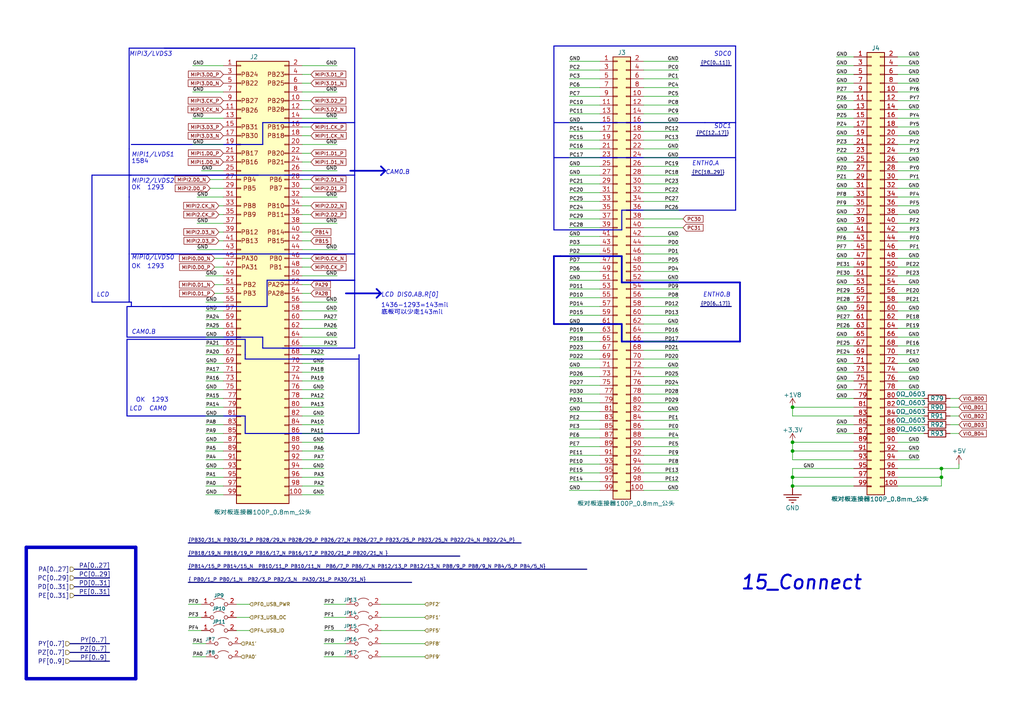
<source format=kicad_sch>
(kicad_sch (version 20230121) (generator eeschema)
  (paper "A4")
  (junction (at 229.87 140.97))
  (junction (at 273.05 138.43))
  (junction (at 229.87 130.81))
  (junction (at 273.05 135.89))
  (junction (at 229.87 118.11))
  (junction (at 229.87 138.43))
  (junction (at 229.87 128.27))
  (bus (pts (xy 54.61 165.1) (xy 170.18 165.1)))
  (wire (pts (xy 165.1 101.6) (xy 173.99 101.6)) (stroke (width 0.15)))
  (wire (pts (xy 62.23 85.09) (xy 64.77 85.09)))
  (wire (pts (xy 165.1 17.78) (xy 173.99 17.78)) (stroke (width 0.15)))
  (polyline (pts (xy 76.2 41.91) (xy 76.2 41.91)) (stroke (width 0.3) (type solid)))
  (wire (pts (xy 55.88 26.67) (xy 64.77 26.67)))
  (wire (pts (xy 55.88 19.05) (xy 64.77 19.05)))
  (wire (pts (xy 247.65 138.43) (xy 229.87 138.43)) (stroke (width 0.15)))
  (polyline (pts (xy 160.655 35.56) (xy 160.655 45.72)) (stroke (width 0.3) (type solid)))
  (wire (pts (xy 165.1 139.7) (xy 173.99 139.7)) (stroke (width 0.15)))
  (polyline (pts (xy 102.87 35.56) (xy 102.87 13.97)) (stroke (width 0.3) (type solid)))
  (wire (pts (xy 266.7 39.37) (xy 260.35 39.37)) (stroke (width 0.15)))
  (wire (pts (xy 93.98 26.67) (xy 97.79 26.67)) (stroke (width 0.15)))
  (polyline (pts (xy 36.83 88.9) (xy 36.83 97.79)) (stroke (width 0.3) (type solid)))
  (wire (pts (xy 242.57 52.07) (xy 247.65 52.07)) (stroke (width 0.15)))
  (wire (pts (xy 186.69 78.74) (xy 196.85 78.74)) (stroke (width 0.15)))
  (polyline (pts (xy 109.22 83.82) (xy 110.49 85.09)) (stroke (width 0.5) (type solid)))
  (wire (pts (xy 165.1 114.3) (xy 173.99 114.3)) (stroke (width 0.15)))
  (polyline (pts (xy 36.83 88.9) (xy 72.39 88.9)) (stroke (width 0.3) (type solid)))
  (wire (pts (xy 87.63 26.67) (xy 93.98 26.67)))
  (bus (pts (xy 54.61 168.91) (xy 119.38 168.91)))
  (polyline (pts (xy 110.49 50.8) (xy 111.76 49.53)) (stroke (width 0.5) (type solid)))
  (wire (pts (xy 260.35 64.77) (xy 266.7 64.77)))
  (wire (pts (xy 267.97 123.19) (xy 260.35 123.19)) (stroke (width 0.15)))
  (polyline (pts (xy 74.93 50.8) (xy 37.465 50.8)) (stroke (width 0.3) (type solid)))
  (wire (pts (xy 186.69 63.5) (xy 198.12 63.5)) (stroke (width 0.15)))
  (wire (pts (xy 186.69 88.9) (xy 196.85 88.9)) (stroke (width 0.15)))
  (wire (pts (xy 266.7 19.05) (xy 260.35 19.05)) (stroke (width 0.15)))
  (wire (pts (xy 186.69 132.08) (xy 196.85 132.08)) (stroke (width 0.15)))
  (polyline (pts (xy 160.655 74.295) (xy 162.56 74.295)) (stroke (width 0.5) (type solid)))
  (polyline (pts (xy 101.6 49.53) (xy 111.76 49.53)) (stroke (width 0.5) (type solid)))
  (wire (pts (xy 165.1 121.92) (xy 173.99 121.92)) (stroke (width 0.15)))
  (wire (pts (xy 186.69 142.24) (xy 196.85 142.24)) (stroke (width 0.15)))
  (wire (pts (xy 87.63 44.45) (xy 90.17 44.45)))
  (wire (pts (xy 278.13 125.73) (xy 275.59 125.73)) (stroke (width 0.15)))
  (bus (pts (xy 21.59 172.72) (xy 31.75 172.72)))
  (wire (pts (xy 59.69 100.33) (xy 64.77 100.33)))
  (polyline (pts (xy 110.49 48.26) (xy 111.76 49.53)) (stroke (width 0.5) (type solid)))
  (wire (pts (xy 186.69 116.84) (xy 196.85 116.84)) (stroke (width 0.15)))
  (polyline (pts (xy 71.12 120.65) (xy 71.12 125.73)) (stroke (width 0.3) (type solid)))
  (wire (pts (xy 242.57 87.63) (xy 247.65 87.63)) (stroke (width 0.15)))
  (wire (pts (xy 87.63 90.17) (xy 97.79 90.17)))
  (polyline (pts (xy 100.33 85.09) (xy 110.49 85.09)) (stroke (width 0.5) (type solid)))
  (wire (pts (xy 93.98 190.5) (xy 100.33 190.5)))
  (wire (pts (xy 165.1 99.06) (xy 173.99 99.06)) (stroke (width 0.15)))
  (polyline (pts (xy 7.62 158.75) (xy 7.62 196.85)) (stroke (width 1) (type solid)))
  (wire (pts (xy 87.63 133.35) (xy 93.98 133.35)) (stroke (width 0.15)))
  (wire (pts (xy 186.69 53.34) (xy 196.85 53.34)) (stroke (width 0.15)))
  (bus (pts (xy 21.59 165.1) (xy 31.75 165.1)))
  (wire (pts (xy 165.1 20.32) (xy 173.99 20.32)))
  (wire (pts (xy 55.88 186.69) (xy 59.69 186.69)))
  (wire (pts (xy 242.57 105.41) (xy 247.65 105.41)) (stroke (width 0.15)))
  (polyline (pts (xy 213.36 46.355) (xy 213.36 60.96)) (stroke (width 0.3) (type solid)))
  (wire (pts (xy 242.57 74.93) (xy 247.65 74.93)) (stroke (width 0.15)))
  (polyline (pts (xy 71.12 98.425) (xy 36.83 98.425)) (stroke (width 0.3) (type solid)))
  (polyline (pts (xy 92.71 13.97) (xy 37.465 13.97)) (stroke (width 0.3) (type solid)))
  (wire (pts (xy 165.1 43.18) (xy 173.99 43.18)) (stroke (width 0.15)))
  (polyline (pts (xy 38.1 87.63) (xy 38.1 88.9)) (stroke (width 0.3) (type solid)))
  (polyline (pts (xy 109.22 86.36) (xy 110.49 85.09)) (stroke (width 0.5) (type solid)))
  (bus (pts (xy 54.61 161.29) (xy 133.35 161.29)))
  (wire (pts (xy 58.42 49.53) (xy 64.77 49.53)) (stroke (width 0.15)))
  (polyline (pts (xy 71.12 125.73) (xy 93.98 125.73)) (stroke (width 0.3) (type solid)))
  (wire (pts (xy 59.69 95.25) (xy 64.77 95.25)))
  (wire (pts (xy 266.7 31.75) (xy 260.35 31.75)) (stroke (width 0.15)))
  (wire (pts (xy 267.97 125.73) (xy 260.35 125.73)) (stroke (width 0.15)))
  (wire (pts (xy 267.97 118.11) (xy 260.35 118.11)) (stroke (width 0.15)))
  (wire (pts (xy 186.69 104.14) (xy 196.85 104.14)) (stroke (width 0.15)))
  (wire (pts (xy 247.65 140.97) (xy 229.87 140.97)) (stroke (width 0.15)))
  (wire (pts (xy 242.57 113.03) (xy 247.65 113.03)) (stroke (width 0.15)))
  (wire (pts (xy 273.05 135.89) (xy 273.05 138.43)))
  (wire (pts (xy 273.05 140.97) (xy 260.35 140.97)))
  (wire (pts (xy 186.69 109.22) (xy 196.85 109.22)) (stroke (width 0.15)))
  (polyline (pts (xy 37.465 87.63) (xy 37.465 73.66)) (stroke (width 0.3) (type solid)))
  (wire (pts (xy 266.7 82.55) (xy 260.35 82.55)) (stroke (width 0.15)))
  (bus (pts (xy 203.2 88.9) (xy 212.09 88.9)))
  (wire (pts (xy 260.35 80.01) (xy 266.7 80.01)) (stroke (width 0.15)))
  (wire (pts (xy 59.69 133.35) (xy 64.77 133.35)))
  (wire (pts (xy 87.63 67.31) (xy 90.17 67.31)))
  (wire (pts (xy 242.57 123.19) (xy 247.65 123.19)) (stroke (width 0.15)))
  (wire (pts (xy 59.69 130.81) (xy 64.77 130.81)))
  (wire (pts (xy 260.35 85.09) (xy 266.7 85.09)) (stroke (width 0.15)))
  (wire (pts (xy 165.1 109.22) (xy 173.99 109.22)) (stroke (width 0.15)))
  (wire (pts (xy 266.7 110.49) (xy 260.35 110.49)) (stroke (width 0.15)))
  (wire (pts (xy 87.63 143.51) (xy 93.98 143.51)) (stroke (width 0.15)))
  (wire (pts (xy 186.69 55.88) (xy 196.85 55.88)) (stroke (width 0.15)))
  (wire (pts (xy 97.79 97.79) (xy 87.63 97.79)) (stroke (width 0.15)))
  (wire (pts (xy 63.5 59.69) (xy 64.77 59.69)))
  (wire (pts (xy 229.87 138.43) (xy 229.87 140.97)))
  (wire (pts (xy 266.7 133.35) (xy 260.35 133.35)) (stroke (width 0.15)))
  (wire (pts (xy 59.69 125.73) (xy 64.77 125.73)))
  (polyline (pts (xy 71.12 102.87) (xy 71.12 104.14)) (stroke (width 0.3) (type solid)))
  (wire (pts (xy 278.13 135.89) (xy 278.13 134.62)))
  (wire (pts (xy 229.87 130.81) (xy 247.65 130.81)))
  (polyline (pts (xy 102.87 100.965) (xy 102.87 81.28)) (stroke (width 0.3) (type solid)))
  (wire (pts (xy 260.35 49.53) (xy 266.7 49.53)) (stroke (width 0.15)))
  (wire (pts (xy 165.1 25.4) (xy 173.99 25.4)))
  (wire (pts (xy 55.88 190.5) (xy 59.69 190.5)))
  (wire (pts (xy 242.57 97.79) (xy 247.65 97.79)) (stroke (width 0.15)))
  (wire (pts (xy 273.05 138.43) (xy 273.05 140.97)))
  (polyline (pts (xy 102.87 81.28) (xy 81.28 81.28)) (stroke (width 0.3) (type solid)))
  (wire (pts (xy 229.87 128.27) (xy 229.87 130.81)))
  (wire (pts (xy 260.35 59.69) (xy 266.7 59.69)) (stroke (width 0.15)))
  (wire (pts (xy 87.63 54.61) (xy 90.17 54.61)))
  (wire (pts (xy 260.35 100.33) (xy 266.7 100.33)) (stroke (width 0.15)))
  (wire (pts (xy 260.35 26.67) (xy 266.7 26.67)) (stroke (width 0.15)))
  (wire (pts (xy 229.87 120.65) (xy 247.65 120.65)))
  (bus (pts (xy 201.93 39.37) (xy 210.82 39.37)))
  (wire (pts (xy 242.57 49.53) (xy 247.65 49.53)) (stroke (width 0.15)))
  (wire (pts (xy 242.57 115.57) (xy 247.65 115.57)) (stroke (width 0.15)))
  (polyline (pts (xy 26.67 87.63) (xy 38.1 87.63)) (stroke (width 0.3) (type solid)))
  (wire (pts (xy 242.57 26.67) (xy 247.65 26.67)) (stroke (width 0.15)))
  (wire (pts (xy 165.1 132.08) (xy 173.99 132.08)) (stroke (width 0.15)))
  (wire (pts (xy 266.7 128.27) (xy 260.35 128.27)) (stroke (width 0.15)))
  (bus (pts (xy 54.61 157.48) (xy 151.13 157.48)))
  (polyline (pts (xy 7.62 158.75) (xy 39.37 158.75)) (stroke (width 1) (type solid)))
  (wire (pts (xy 59.69 105.41) (xy 64.77 105.41)) (stroke (width 0.15)))
  (polyline (pts (xy 38.1 88.9) (xy 36.83 88.9)) (stroke (width 0.3) (type solid)))
  (wire (pts (xy 90.17 24.13) (xy 87.63 24.13)))
  (wire (pts (xy 260.35 72.39) (xy 266.7 72.39)) (stroke (width 0.15)))
  (wire (pts (xy 63.5 67.31) (xy 64.77 67.31)))
  (wire (pts (xy 62.23 74.93) (xy 64.77 74.93)))
  (wire (pts (xy 186.69 71.12) (xy 196.85 71.12)) (stroke (width 0.15)))
  (wire (pts (xy 186.69 45.72) (xy 196.85 45.72)) (stroke (width 0.15)))
  (wire (pts (xy 242.57 92.71) (xy 247.65 92.71)) (stroke (width 0.15)))
  (wire (pts (xy 87.63 102.87) (xy 93.98 102.87)) (stroke (width 0.15)))
  (polyline (pts (xy 76.2 35.56) (xy 76.2 41.91)) (stroke (width 0.3) (type solid)))
  (wire (pts (xy 165.1 93.98) (xy 173.99 93.98)) (stroke (width 0.15)))
  (wire (pts (xy 68.58 182.88) (xy 72.39 182.88)))
  (wire (pts (xy 242.57 59.69) (xy 247.65 59.69)) (stroke (width 0.15)))
  (wire (pts (xy 247.65 128.27) (xy 229.87 128.27)))
  (polyline (pts (xy 180.34 93.98) (xy 160.655 93.98)) (stroke (width 0.5) (type solid)))
  (wire (pts (xy 59.69 102.87) (xy 64.77 102.87)))
  (wire (pts (xy 165.1 116.84) (xy 173.99 116.84)) (stroke (width 0.15)))
  (wire (pts (xy 54.61 182.88) (xy 58.42 182.88)))
  (wire (pts (xy 165.1 76.2) (xy 173.99 76.2)) (stroke (width 0.15)))
  (wire (pts (xy 165.1 22.86) (xy 173.99 22.86)))
  (wire (pts (xy 186.69 25.4) (xy 196.85 25.4)) (stroke (width 0.15)))
  (wire (pts (xy 186.69 48.26) (xy 196.85 48.26)) (stroke (width 0.15)))
  (wire (pts (xy 90.17 82.55) (xy 87.63 82.55)))
  (wire (pts (xy 266.7 90.17) (xy 260.35 90.17)) (stroke (width 0.15)))
  (polyline (pts (xy 102.87 73.66) (xy 102.87 81.28)) (stroke (width 0.3) (type solid)))
  (wire (pts (xy 60.96 54.61) (xy 64.77 54.61)))
  (polyline (pts (xy 160.655 93.98) (xy 160.655 74.295)) (stroke (width 0.5) (type solid)))
  (wire (pts (xy 97.79 100.33) (xy 87.63 100.33)) (stroke (width 0.15)))
  (wire (pts (xy 62.23 82.55) (xy 64.77 82.55)))
  (wire (pts (xy 165.1 111.76) (xy 173.99 111.76)) (stroke (width 0.15)))
  (wire (pts (xy 68.58 175.26) (xy 72.39 175.26)))
  (polyline (pts (xy 180.34 99.06) (xy 180.34 93.98)) (stroke (width 0.5) (type solid)))
  (wire (pts (xy 165.1 58.42) (xy 173.99 58.42)) (stroke (width 0.15)))
  (polyline (pts (xy 81.28 125.73) (xy 104.14 125.73)) (stroke (width 0.3) (type solid)))
  (wire (pts (xy 266.7 113.03) (xy 260.35 113.03)) (stroke (width 0.15)))
  (polyline (pts (xy 160.655 13.335) (xy 213.36 13.335)) (stroke (width 0.3) (type solid)))
  (wire (pts (xy 266.7 16.51) (xy 260.35 16.51)) (stroke (width 0.15)))
  (wire (pts (xy 165.1 142.24) (xy 173.99 142.24)) (stroke (width 0.15)))
  (polyline (pts (xy 38.1 41.91) (xy 76.2 41.91)) (stroke (width 0.3) (type solid)))
  (wire (pts (xy 97.79 49.53) (xy 87.63 49.53)))
  (wire (pts (xy 229.87 118.11) (xy 247.65 118.11)))
  (bus (pts (xy 20.32 191.77) (xy 31.75 191.77)))
  (wire (pts (xy 278.13 115.57) (xy 275.59 115.57)) (stroke (width 0.15)))
  (wire (pts (xy 55.88 41.91) (xy 64.77 41.91)))
  (wire (pts (xy 229.87 120.65) (xy 229.87 118.11)))
  (wire (pts (xy 266.7 130.81) (xy 260.35 130.81)) (stroke (width 0.15)))
  (wire (pts (xy 266.7 46.99) (xy 260.35 46.99)) (stroke (width 0.15)))
  (polyline (pts (xy 102.87 50.8) (xy 102.87 73.66)) (stroke (width 0.3) (type solid)))
  (wire (pts (xy 87.63 140.97) (xy 93.98 140.97)) (stroke (width 0.15)))
  (polyline (pts (xy 204.47 35.56) (xy 213.36 35.56)) (stroke (width 0.3) (type solid)))
  (polyline (pts (xy 38.1 50.8) (xy 26.67 50.8)) (stroke (width 0.3) (type solid)))
  (polyline (pts (xy 180.34 81.915) (xy 214.63 81.915)) (stroke (width 0.5) (type solid)))
  (wire (pts (xy 55.88 34.29) (xy 64.77 34.29)))
  (polyline (pts (xy 26.67 50.8) (xy 26.67 87.63)) (stroke (width 0.3) (type solid)))
  (wire (pts (xy 186.69 35.56) (xy 196.85 35.56)) (stroke (width 0.15)))
  (wire (pts (xy 165.1 83.82) (xy 173.99 83.82)) (stroke (width 0.15)))
  (wire (pts (xy 242.57 24.13) (xy 247.65 24.13)) (stroke (width 0.15)))
  (polyline (pts (xy 37.465 43.18) (xy 37.465 50.8)) (stroke (width 0.3) (type solid)))
  (wire (pts (xy 186.69 60.96) (xy 196.85 60.96)) (stroke (width 0.15)))
  (wire (pts (xy 59.69 90.17) (xy 64.77 90.17)) (stroke (width 0.15)))
  (wire (pts (xy 165.1 86.36) (xy 173.99 86.36)) (stroke (width 0.15)))
  (polyline (pts (xy 81.915 100.965) (xy 102.87 100.965)) (stroke (width 0.3) (type solid)))
  (wire (pts (xy 165.1 134.62) (xy 173.99 134.62)) (stroke (width 0.15)))
  (wire (pts (xy 165.1 60.96) (xy 173.99 60.96)) (stroke (width 0.15)))
  (wire (pts (xy 273.05 138.43) (xy 260.35 138.43)))
  (wire (pts (xy 165.1 81.28) (xy 173.99 81.28)) (stroke (width 0.15)))
  (wire (pts (xy 242.57 41.91) (xy 247.65 41.91)) (stroke (width 0.15)))
  (wire (pts (xy 186.69 43.18) (xy 196.85 43.18)) (stroke (width 0.15)))
  (wire (pts (xy 87.63 57.15) (xy 97.79 57.15)) (stroke (width 0.15)))
  (wire (pts (xy 59.69 87.63) (xy 64.77 87.63)) (stroke (width 0.15)))
  (wire (pts (xy 93.98 182.88) (xy 100.33 182.88)))
  (wire (pts (xy 229.87 133.35) (xy 247.65 133.35)))
  (wire (pts (xy 186.69 129.54) (xy 196.85 129.54)) (stroke (width 0.15)))
  (wire (pts (xy 165.1 50.8) (xy 173.99 50.8)) (stroke (width 0.15)))
  (polyline (pts (xy 39.37 158.75) (xy 39.37 196.85)) (stroke (width 1) (type solid)))
  (wire (pts (xy 266.7 21.59) (xy 260.35 21.59)) (stroke (width 0.15)))
  (wire (pts (xy 242.57 19.05) (xy 247.65 19.05)) (stroke (width 0.15)))
  (wire (pts (xy 242.57 67.31) (xy 247.65 67.31)) (stroke (width 0.15)))
  (polyline (pts (xy 37.465 50.8) (xy 37.465 57.15)) (stroke (width 0.3) (type solid)))
  (wire (pts (xy 54.61 175.26) (xy 58.42 175.26)))
  (wire (pts (xy 97.79 72.39) (xy 87.63 72.39)) (stroke (width 0.15)))
  (wire (pts (xy 110.49 190.5) (xy 123.19 190.5)))
  (wire (pts (xy 186.69 101.6) (xy 196.85 101.6)) (stroke (width 0.15)))
  (wire (pts (xy 186.69 106.68) (xy 196.85 106.68)) (stroke (width 0.15)))
  (wire (pts (xy 242.57 29.21) (xy 247.65 29.21)) (stroke (width 0.15)))
  (wire (pts (xy 87.63 41.91) (xy 97.79 41.91)))
  (wire (pts (xy 266.7 62.23) (xy 260.35 62.23)) (stroke (width 0.15)))
  (polyline (pts (xy 102.87 50.8) (xy 102.87 35.56)) (stroke (width 0.3) (type solid)))
  (wire (pts (xy 260.35 57.15) (xy 266.7 57.15)) (stroke (width 0.15)))
  (bus (pts (xy 20.32 186.69) (xy 31.75 186.69)))
  (wire (pts (xy 186.69 134.62) (xy 196.85 134.62)) (stroke (width 0.15)))
  (wire (pts (xy 165.1 129.54) (xy 173.99 129.54)) (stroke (width 0.15)))
  (wire (pts (xy 186.69 137.16) (xy 196.85 137.16)) (stroke (width 0.15)))
  (wire (pts (xy 165.1 66.04) (xy 173.99 66.04)) (stroke (width 0.15)))
  (wire (pts (xy 165.1 48.26) (xy 173.99 48.26)) (stroke (width 0.15)))
  (wire (pts (xy 278.13 118.11) (xy 275.59 118.11)) (stroke (width 0.15)))
  (polyline (pts (xy 213.36 35.56) (xy 213.36 46.355)) (stroke (width 0.3) (type solid)))
  (wire (pts (xy 59.69 140.97) (xy 64.77 140.97)))
  (polyline (pts (xy 160.655 45.72) (xy 160.655 66.675)) (stroke (width 0.3) (type solid)))
  (wire (pts (xy 186.69 96.52) (xy 196.85 96.52)) (stroke (width 0.15)))
  (wire (pts (xy 266.7 24.13) (xy 260.35 24.13)) (stroke (width 0.15)))
  (wire (pts (xy 97.79 95.25) (xy 87.63 95.25)) (stroke (width 0.15)))
  (wire (pts (xy 266.7 105.41) (xy 260.35 105.41)) (stroke (width 0.15)))
  (wire (pts (xy 165.1 104.14) (xy 173.99 104.14)) (stroke (width 0.15)))
  (wire (pts (xy 260.35 44.45) (xy 266.7 44.45)) (stroke (width 0.15)))
  (wire (pts (xy 186.69 17.78) (xy 196.85 17.78)) (stroke (width 0.15)))
  (polyline (pts (xy 214.63 99.06) (xy 180.34 99.06)) (stroke (width 0.5) (type solid)))
  (wire (pts (xy 165.1 40.64) (xy 173.99 40.64)) (stroke (width 0.15)))
  (polyline (pts (xy 180.34 60.96) (xy 180.34 66.675)) (stroke (width 0.3) (type solid)))
  (wire (pts (xy 186.69 119.38) (xy 196.85 119.38)) (stroke (width 0.15)))
  (wire (pts (xy 186.69 33.02) (xy 196.85 33.02)) (stroke (width 0.15)))
  (polyline (pts (xy 71.12 104.14) (xy 104.14 104.14)) (stroke (width 0.3) (type solid)))
  (wire (pts (xy 186.69 81.28) (xy 196.85 81.28)) (stroke (width 0.15)))
  (wire (pts (xy 165.1 124.46) (xy 173.99 124.46)) (stroke (width 0.15)))
  (wire (pts (xy 165.1 63.5) (xy 173.99 63.5)) (stroke (width 0.15)))
  (wire (pts (xy 260.35 87.63) (xy 266.7 87.63)) (stroke (width 0.15)))
  (polyline (pts (xy 37.465 57.15) (xy 37.465 73.66)) (stroke (width 0.3) (type solid)))
  (wire (pts (xy 186.69 50.8) (xy 196.85 50.8)) (stroke (width 0.15)))
  (wire (pts (xy 242.57 44.45) (xy 247.65 44.45)) (stroke (width 0.15)))
  (wire (pts (xy 242.57 54.61) (xy 247.65 54.61)) (stroke (width 0.15)))
  (wire (pts (xy 229.87 135.89) (xy 229.87 138.43)))
  (wire (pts (xy 186.69 58.42) (xy 196.85 58.42)) (stroke (width 0.15)))
  (wire (pts (xy 242.57 72.39) (xy 247.65 72.39)) (stroke (width 0.15)))
  (wire (pts (xy 186.69 73.66) (xy 196.85 73.66)) (stroke (width 0.15)))
  (wire (pts (xy 87.63 19.05) (xy 93.98 19.05)))
  (wire (pts (xy 186.69 91.44) (xy 196.85 91.44)) (stroke (width 0.15)))
  (wire (pts (xy 87.63 128.27) (xy 93.98 128.27)) (stroke (width 0.15)))
  (wire (pts (xy 242.57 69.85) (xy 247.65 69.85)) (stroke (width 0.15)))
  (wire (pts (xy 186.69 20.32) (xy 196.85 20.32)) (stroke (width 0.15)))
  (wire (pts (xy 165.1 35.56) (xy 173.99 35.56)) (stroke (width 0.15)))
  (wire (pts (xy 242.57 90.17) (xy 247.65 90.17)) (stroke (width 0.15)))
  (wire (pts (xy 260.35 36.83) (xy 266.7 36.83)) (stroke (width 0.15)))
  (polyline (pts (xy 38.1 73.66) (xy 102.87 73.66)) (stroke (width 0.3) (type solid)))
  (wire (pts (xy 242.57 100.33) (xy 247.65 100.33)))
  (polyline (pts (xy 76.2 97.79) (xy 76.2 100.965)) (stroke (width 0.3) (type solid)))
  (wire (pts (xy 59.69 97.79) (xy 64.77 97.79)) (stroke (width 0.15)))
  (wire (pts (xy 273.05 135.89) (xy 260.35 135.89)))
  (wire (pts (xy 87.63 125.73) (xy 93.98 125.73)) (stroke (width 0.15)))
  (bus (pts (xy 21.59 170.18) (xy 31.75 170.18)))
  (wire (pts (xy 186.69 114.3) (xy 196.85 114.3)) (stroke (width 0.15)))
  (wire (pts (xy 87.63 74.93) (xy 90.17 74.93)))
  (wire (pts (xy 242.57 64.77) (xy 247.65 64.77)) (stroke (width 0.15)))
  (wire (pts (xy 260.35 95.25) (xy 266.7 95.25)) (stroke (width 0.15)))
  (wire (pts (xy 93.98 34.29) (xy 97.79 34.29)) (stroke (width 0.15)))
  (wire (pts (xy 186.69 121.92) (xy 196.85 121.92)) (stroke (width 0.15)))
  (wire (pts (xy 266.7 74.93) (xy 260.35 74.93)) (stroke (width 0.15)))
  (wire (pts (xy 278.13 120.65) (xy 275.59 120.65)) (stroke (width 0.15)))
  (wire (pts (xy 87.63 31.75) (xy 90.17 31.75)))
  (wire (pts (xy 165.1 119.38) (xy 173.99 119.38)) (stroke (width 0.15)))
  (wire (pts (xy 242.57 107.95) (xy 247.65 107.95)) (stroke (width 0.15)))
  (wire (pts (xy 260.35 77.47) (xy 266.7 77.47)) (stroke (width 0.15)))
  (wire (pts (xy 93.98 179.07) (xy 100.33 179.07)))
  (wire (pts (xy 186.69 68.58) (xy 196.85 68.58)) (stroke (width 0.15)))
  (wire (pts (xy 242.57 62.23) (xy 247.65 62.23)) (stroke (width 0.15)))
  (wire (pts (xy 165.1 137.16) (xy 173.99 137.16)) (stroke (width 0.15)))
  (wire (pts (xy 242.57 57.15) (xy 247.65 57.15)) (stroke (width 0.15)))
  (wire (pts (xy 64.77 80.01) (xy 59.69 80.01)) (stroke (width 0.15)))
  (polyline (pts (xy 85.09 50.8) (xy 47.625 50.8)) (stroke (width 0.3) (type solid)))
  (polyline (pts (xy 37.465 13.97) (xy 37.465 43.18)) (stroke (width 0.3) (type solid)))
  (polyline (pts (xy 160.655 45.72) (xy 213.36 45.72)) (stroke (width 0.3) (type solid)))
  (polyline (pts (xy 76.2 100.965) (xy 92.71 100.965)) (stroke (width 0.3) (type solid)))
  (polyline (pts (xy 214.63 81.915) (xy 214.63 99.06)) (stroke (width 0.5) (type solid)))
  (wire (pts (xy 186.69 124.46) (xy 196.85 124.46)) (stroke (width 0.15)))
  (wire (pts (xy 110.49 179.07) (xy 123.19 179.07)))
  (wire (pts (xy 87.63 115.57) (xy 93.98 115.57)) (stroke (width 0.15)))
  (polyline (pts (xy 162.56 74.295) (xy 180.34 74.295)) (stroke (width 0.5) (type solid)))
  (polyline (pts (xy 77.47 81.28) (xy 77.47 88.9)) (stroke (width 0.3) (type solid)))
  (wire (pts (xy 87.63 123.19) (xy 93.98 123.19)) (stroke (width 0.15)))
  (wire (pts (xy 110.49 175.26) (xy 123.19 175.26)))
  (wire (pts (xy 87.63 52.07) (xy 90.17 52.07)))
  (wire (pts (xy 87.63 138.43) (xy 93.98 138.43)) (stroke (width 0.15)))
  (wire (pts (xy 87.63 107.95) (xy 93.98 107.95)) (stroke (width 0.15)))
  (polyline (pts (xy 36.83 97.79) (xy 76.2 97.79)) (stroke (width 0.3) (type solid)))
  (wire (pts (xy 186.69 86.36) (xy 196.85 86.36)) (stroke (width 0.15)))
  (wire (pts (xy 242.57 36.83) (xy 247.65 36.83)) (stroke (width 0.15)))
  (wire (pts (xy 260.35 41.91) (xy 266.7 41.91)) (stroke (width 0.15)))
  (wire (pts (xy 93.98 175.26) (xy 100.33 175.26)))
  (wire (pts (xy 165.1 53.34) (xy 173.99 53.34)) (stroke (width 0.15)))
  (wire (pts (xy 87.63 46.99) (xy 90.17 46.99)))
  (wire (pts (xy 68.58 179.07) (xy 72.39 179.07)))
  (wire (pts (xy 54.61 179.07) (xy 58.42 179.07)))
  (wire (pts (xy 165.1 30.48) (xy 173.99 30.48)) (stroke (width 0.15)))
  (polyline (pts (xy 102.87 13.97) (xy 47.625 13.97)) (stroke (width 0.3) (type solid)))
  (polyline (pts (xy 82.55 50.8) (xy 102.87 50.8)) (stroke (width 0.3) (type solid)))
  (wire (pts (xy 57.15 57.15) (xy 64.77 57.15)) (stroke (width 0.15)))
  (wire (pts (xy 186.69 38.1) (xy 196.85 38.1)) (stroke (width 0.15)))
  (wire (pts (xy 260.35 34.29) (xy 266.7 34.29)) (stroke (width 0.15)))
  (wire (pts (xy 186.69 27.94) (xy 196.85 27.94)) (stroke (width 0.15)))
  (wire (pts (xy 266.7 107.95) (xy 260.35 107.95)) (stroke (width 0.15)))
  (wire (pts (xy 87.63 64.77) (xy 97.79 64.77)) (stroke (width 0.15)))
  (wire (pts (xy 242.57 31.75) (xy 247.65 31.75)) (stroke (width 0.15)))
  (wire (pts (xy 242.57 34.29) (xy 247.65 34.29)) (stroke (width 0.15)))
  (wire (pts (xy 260.35 67.31) (xy 266.7 67.31)))
  (wire (pts (xy 59.69 113.03) (xy 64.77 113.03)) (stroke (width 0.15)))
  (wire (pts (xy 59.69 135.89) (xy 64.77 135.89)) (stroke (width 0.15)))
  (wire (pts (xy 186.69 66.04) (xy 198.12 66.04)) (stroke (width 0.15)))
  (polyline (pts (xy 160.655 35.56) (xy 160.655 13.335)) (stroke (width 0.3) (type solid)))
  (wire (pts (xy 87.63 39.37) (xy 90.17 39.37)))
  (wire (pts (xy 186.69 22.86) (xy 196.85 22.86)) (stroke (width 0.15)))
  (wire (pts (xy 59.69 138.43) (xy 64.77 138.43)))
  (bus (pts (xy 200.66 50.8) (xy 209.55 50.8)))
  (polyline (pts (xy 213.36 13.335) (xy 213.36 35.56)) (stroke (width 0.3) (type solid)))
  (wire (pts (xy 186.69 111.76) (xy 196.85 111.76)) (stroke (width 0.15)))
  (wire (pts (xy 87.63 62.23) (xy 90.17 62.23)))
  (wire (pts (xy 165.1 88.9) (xy 173.99 88.9)) (stroke (width 0.15)))
  (wire (pts (xy 260.35 52.07) (xy 266.7 52.07)) (stroke (width 0.15)))
  (wire (pts (xy 242.57 80.01) (xy 247.65 80.01)))
  (wire (pts (xy 97.79 92.71) (xy 87.63 92.71)))
  (wire (pts (xy 242.57 21.59) (xy 247.65 21.59)) (stroke (width 0.15)))
  (wire (pts (xy 165.1 127) (xy 173.99 127)) (stroke (width 0.15)))
  (wire (pts (xy 110.49 186.69) (xy 123.19 186.69)))
  (polyline (pts (xy 180.34 66.675) (xy 160.655 66.675)) (stroke (width 0.3) (type solid)))
  (wire (pts (xy 87.63 77.47) (xy 90.17 77.47)))
  (bus (pts (xy 203.2 19.05) (xy 212.09 19.05)))
  (wire (pts (xy 57.15 64.77) (xy 64.77 64.77)) (stroke (width 0.15)))
  (wire (pts (xy 110.49 182.88) (xy 123.19 182.88)))
  (polyline (pts (xy 104.14 125.73) (xy 104.14 102.87)) (stroke (width 0.3) (type solid)))
  (wire (pts (xy 242.57 110.49) (xy 247.65 110.49)) (stroke (width 0.15)))
  (wire (pts (xy 242.57 77.47) (xy 247.65 77.47)))
  (wire (pts (xy 165.1 106.68) (xy 173.99 106.68)) (stroke (width 0.15)))
  (wire (pts (xy 93.98 186.69) (xy 100.33 186.69)))
  (wire (pts (xy 267.97 115.57) (xy 260.35 115.57)) (stroke (width 0.15)))
  (wire (pts (xy 59.69 123.19) (xy 64.77 123.19)))
  (wire (pts (xy 87.63 36.83) (xy 90.17 36.83)))
  (wire (pts (xy 267.97 120.65) (xy 260.35 120.65)) (stroke (width 0.15)))
  (polyline (pts (xy 46.99 88.9) (xy 77.47 88.9)) (stroke (width 0.3) (type solid)))
  (wire (pts (xy 278.13 123.19) (xy 275.59 123.19)) (stroke (width 0.15)))
  (wire (pts (xy 242.57 95.25) (xy 247.65 95.25)) (stroke (width 0.15)))
  (wire (pts (xy 266.7 97.79) (xy 260.35 97.79)) (stroke (width 0.15)))
  (wire (pts (xy 59.69 107.95) (xy 64.77 107.95)))
  (polyline (pts (xy 180.34 74.295) (xy 180.34 81.915)) (stroke (width 0.5) (type solid)))
  (wire (pts (xy 59.69 92.71) (xy 64.77 92.71)))
  (wire (pts (xy 260.35 29.21) (xy 266.7 29.21)) (stroke (width 0.15)))
  (wire (pts (xy 229.87 135.89) (xy 247.65 135.89)) (stroke (width 0.15)))
  (wire (pts (xy 186.69 93.98) (xy 196.85 93.98)) (stroke (width 0.15)))
  (wire (pts (xy 87.63 59.69) (xy 90.17 59.69)))
  (wire (pts (xy 242.57 46.99) (xy 247.65 46.99)) (stroke (width 0.15)))
  (wire (pts (xy 87.63 69.85) (xy 90.17 69.85)))
  (wire (pts (xy 87.63 105.41) (xy 93.98 105.41)) (stroke (width 0.15)))
  (wire (pts (xy 59.69 118.11) (xy 64.77 118.11)))
  (wire (pts (xy 165.1 45.72) (xy 173.99 45.72)) (stroke (width 0.15)))
  (wire (pts (xy 87.63 87.63) (xy 97.79 87.63)) (stroke (width 0.15)))
  (wire (pts (xy 186.69 127) (xy 196.85 127)) (stroke (width 0.15)))
  (wire (pts (xy 87.63 110.49) (xy 93.98 110.49)) (stroke (width 0.15)))
  (polyline (pts (xy 36.83 120.65) (xy 71.12 120.65)) (stroke (width 0.3) (type solid)))
  (wire (pts (xy 87.63 120.65) (xy 93.98 120.65)) (stroke (width 0.15)))
  (bus (pts (xy 20.32 189.23) (xy 31.75 189.23)))
  (wire (pts (xy 165.1 78.74) (xy 173.99 78.74)) (stroke (width 0.15)))
  (polyline (pts (xy 102.87 35.56) (xy 81.28 35.56)) (stroke (width 0.3) (type solid)))
  (wire (pts (xy 63.5 69.85) (xy 64.77 69.85)))
  (wire (pts (xy 165.1 91.44) (xy 173.99 91.44)) (stroke (width 0.15)))
  (wire (pts (xy 229.87 130.81) (xy 229.87 133.35)))
  (wire (pts (xy 90.17 21.59) (xy 87.63 21.59)))
  (wire (pts (xy 242.57 16.51) (xy 247.65 16.51)) (stroke (width 0.15)))
  (wire (pts (xy 165.1 55.88) (xy 173.99 55.88)) (stroke (width 0.15)))
  (wire (pts (xy 62.23 77.47) (xy 64.77 77.47)))
  (wire (pts (xy 186.69 30.48) (xy 196.85 30.48)) (stroke (width 0.15)))
  (wire (pts (xy 186.69 139.7) (xy 196.85 139.7)) (stroke (width 0.15)))
  (polyline (pts (xy 71.12 102.87) (xy 71.12 98.425)) (stroke (width 0.3) (type solid)))
  (wire (pts (xy 260.35 69.85) (xy 266.7 69.85)) (stroke (width 0.15)))
  (wire (pts (xy 87.63 113.03) (xy 93.98 113.03)) (stroke (width 0.15)))
  (wire (pts (xy 260.35 102.87) (xy 266.7 102.87)) (stroke (width 0.15)))
  (wire (pts (xy 87.63 34.29) (xy 93.98 34.29)))
  (wire (pts (xy 242.57 39.37) (xy 247.65 39.37)) (stroke (width 0.15)))
  (wire (pts (xy 273.05 135.89) (xy 278.13 135.89)))
  (wire (pts (xy 87.63 130.81) (xy 93.98 130.81)) (stroke (width 0.15)))
  (polyline (pts (xy 92.71 35.56) (xy 76.2 35.56)) (stroke (width 0.3) (type solid)))
  (wire (pts (xy 165.1 33.02) (xy 173.99 33.02)) (stroke (width 0.15)))
  (wire (pts (xy 165.1 96.52) (xy 173.99 96.52)) (stroke (width 0.15)))
  (polyline (pts (xy 39.37 196.85) (xy 7.62 196.85)) (stroke (width 1) (type solid)))
  (wire (pts (xy 90.17 85.09) (xy 87.63 85.09)))
  (wire (pts (xy 165.1 71.12) (xy 173.99 71.12)) (stroke (width 0.15)))
  (wire (pts (xy 59.69 110.49) (xy 64.77 110.49)))
  (polyline (pts (xy 213.36 60.96) (xy 180.34 60.96)) (stroke (width 0.3) (type solid)))
  (wire (pts (xy 87.63 135.89) (xy 93.98 135.89)) (stroke (width 0.15)))
  (wire (pts (xy 186.69 99.06) (xy 196.85 99.06)) (stroke (width 0.15)))
  (wire (pts (xy 242.57 82.55) (xy 247.65 82.55)) (stroke (width 0.15)))
  (wire (pts (xy 165.1 38.1) (xy 173.99 38.1)) (stroke (width 0.15)))
  (wire (pts (xy 59.69 120.65) (xy 64.77 120.65)) (stroke (width 0.15)))
  (polyline (pts (xy 38.1 41.91) (xy 76.2 41.91)))
  (wire (pts (xy 63.5 62.23) (xy 64.77 62.23)))
  (polyline (pts (xy 36.83 98.425) (xy 36.83 120.65)) (stroke (width 0.3) (type solid)))
  (wire (pts (xy 242.57 125.73) (xy 247.65 125.73)) (stroke (width 0.15)))
  (bus (pts (xy 21.59 167.64) (xy 31.75 167.64)))
  (wire (pts (xy 165.1 73.66) (xy 173.99 73.66)) (stroke (width 0.15)))
  (wire (pts (xy 59.69 128.27) (xy 64.77 128.27)) (stroke (width 0.15)))
  (wire (pts (xy 97.79 80.01) (xy 87.63 80.01)) (stroke (width 0.15)))
  (wire (pts (xy 165.1 27.94) (xy 173.99 27.94)))
  (wire (pts (xy 260.35 92.71) (xy 266.7 92.71)) (stroke (width 0.15)))
  (wire (pts (xy 87.63 29.21) (xy 90.17 29.21)))
  (wire (pts (xy 186.69 83.82) (xy 196.85 83.82)) (stroke (width 0.15)))
  (wire (pts (xy 186.69 40.64) (xy 196.85 40.64)) (stroke (width 0.15)))
  (wire (pts (xy 266.7 54.61) (xy 260.35 54.61)) (stroke (width 0.15)))
  (wire (pts (xy 60.96 52.07) (xy 64.77 52.07)))
  (wire (pts (xy 242.57 85.09) (xy 247.65 85.09)) (stroke (width 0.15)))
  (polyline (pts (xy 77.47 81.28) (xy 102.87 81.28)) (stroke (width 0.3) (type solid)))
  (wire (pts (xy 242.57 102.87) (xy 247.65 102.87)))
  (polyline (pts (xy 204.47 35.56) (xy 160.655 35.56)) (stroke (width 0.3) (type solid)))
  (wire (pts (xy 57.15 72.39) (xy 64.77 72.39)) (stroke (width 0.15)))
  (wire (pts (xy 87.63 118.11) (xy 93.98 118.11)) (stroke (width 0.15)))
  (wire (pts (xy 186.69 76.2) (xy 196.85 76.2)) (stroke (width 0.15)))
  (wire (pts (xy 165.1 68.58) (xy 173.99 68.58)) (stroke (width 0.15)))
  (wire (pts (xy 93.98 19.05) (xy 97.79 19.05)) (stroke (width 0.15)))
  (wire (pts (xy 59.69 115.57) (xy 64.77 115.57)))
  (wire (pts (xy 59.69 143.51) (xy 64.77 143.51)) (stroke (width 0.15)))
  (text "CAM0" (at 43.18 119.38 0) (effects (font (size 1.27 1.27) italic) (justify left bottom)))
  (text "1584" (at 38.1 47.625 0) (effects (font (size 1.27 1.27)) (justify left bottom)))
  (text "LCD" (at 37.465 119.38 0) (effects (font (size 1.27 1.27) italic) (justify left bottom)))
  (text "OK  1293" (at 38.1 78.105 0) (effects (font (size 1.27 1.27)) (justify left bottom)))
  (text "ENTH0.B" (at 203.835 86.36 0) (effects (font (size 1.27 1.27) italic) (justify left bottom)))
  (text "MIPI0/LVDS0" (at 38.1 75.565 0) (effects (font (size 1.27 1.27) italic) (justify left bottom)))
  (text "MIPI2/LVDS2" (at 38.1 53.34 0) (effects (font (size 1.27 1.27) italic) (justify left bottom)))
  (text "LCD DIS0.AB.R[0]\n" (at 110.49 86.36 0) (effects (font (size 1.27 1.27) italic) (justify left bottom)))
  (text "ENTH0.A" (at 200.66 48.26 0) (effects (font (size 1.27 1.27) italic) (justify left bottom)))
  (text "CAM0.B" (at 38.1 97.155 0) (effects (font (size 1.27 1.27) italic) (justify left bottom)))
  (text "SDC1\n" (at 207.01 37.465 0) (effects (font (size 1.27 1.27) italic) (justify left bottom)))
  (text "OK  1293" (at 38.1 55.245 0) (effects (font (size 1.27 1.27)) (justify left bottom)))
  (text "CAM0.B" (at 111.76 50.8 0) (effects (font (size 1.27 1.27) italic) (justify left bottom)))
  (text "MIPI3/LVDS3" (at 37.465 16.51 0) (effects (font (size 1.27 1.27) italic) (justify left bottom)))
  (text "1436-1293=143mil\n底板可以少走143mil" (at 110.49 91.44 0) (effects (font (size 1.27 1.27)) (justify left bottom)))
  (text "MIPI1/LVDS1" (at 38.1 45.72 0) (effects (font (size 1.27 1.27) italic) (justify left bottom)))
  (text "OK  1293" (at 39.37 116.84 0) (effects (font (size 1.27 1.27)) (justify left bottom)))
  (text "LCD" (at 27.94 86.36 0) (effects (font (size 1.27 1.27) italic) (justify left bottom)))
  (text "SDC0\n" (at 207.01 16.51 0) (effects (font (size 1.27 1.27) italic) (justify left bottom)))
  (text "15_Connect" (at 214.63 171.45 0) (effects (font (size 4 4) (thickness 0.6) bold italic) (justify left bottom)))
  (label "PC16" (at 165.1 43.18 0) (effects (font (size 1 1))) (property "Intersheetrefs" "${INTERSHEET_REFS}" (effects hide)))
  (label "PA18" (at 93.98 107.95 180) (effects (font (size 1 1))))
  (label "GND" (at 266.7 39.37 180) (effects (font (size 1 1))))
  (label "PA12" (at 93.98 115.57 180) (effects (font (size 1 1))))
  (label "PF8" (at 93.98 186.69 0) (effects (font (size 1 1))) (property "Intersheetrefs" "${INTERSHEET_REFS}" (effects hide)))
  (label "PD7" (at 165.1 76.2 0) (effects (font (size 1 1))))
  (label "GND" (at 59.69 135.89 0) (effects (font (size 1 1))))
  (label "GND" (at 165.1 119.38 0) (effects (font (size 1 1))))
  (label "PE28" (at 242.57 87.63 0) (effects (font (size 1 1))))
  (label "PD17" (at 196.85 99.06 180) (effects (font (size 1 1))) (property "Intersheetrefs" "${INTERSHEET_REFS}" (effects hide)))
  (label "PF9" (at 242.57 59.69 0) (effects (font (size 1 1))) (property "Intersheetrefs" "${INTERSHEET_REFS}" (effects hide)))
  (label "GND" (at 266.7 54.61 180) (effects (font (size 1 1))))
  (label "GND" (at 266.7 90.17 180) (effects (font (size 1 1))))
  (label "PC28" (at 165.1 66.04 0) (effects (font (size 1 1))))
  (label "{ PB0{slash}1_P PB0{slash}1_N  PB2{slash}3_P PB2{slash}3_N  PA30{slash}31_P PA30{slash}31_N}" (at 54.61 168.91 0) (effects (font (size 1 1))))
  (label "GND" (at 242.57 46.99 0) (effects (font (size 1 1))))
  (label "PA15" (at 59.69 115.57 0) (effects (font (size 1 1))) (property "Intersheetrefs" "${INTERSHEET_REFS}" (effects hide)))
  (label "GND" (at 242.57 125.73 0) (effects (font (size 1 1))))
  (label "GND" (at 266.7 110.49 180) (effects (font (size 1 1))))
  (label "PD9" (at 196.85 83.82 180) (effects (font (size 1 1))) (property "Intersheetrefs" "${INTERSHEET_REFS}" (effects hide)))
  (label "PA9" (at 59.69 125.73 0) (effects (font (size 1 1))) (property "Intersheetrefs" "${INTERSHEET_REFS}" (effects hide)))
  (label "GND" (at 196.85 106.68 180) (effects (font (size 1 1))))
  (label "PA26" (at 97.79 95.25 180) (effects (font (size 1 1))))
  (label "PC9" (at 196.85 33.02 180) (effects (font (size 1 1))) (property "Intersheetrefs" "${INTERSHEET_REFS}" (effects hide)))
  (label "GND" (at 242.57 113.03 0) (effects (font (size 1 1))))
  (label "GND" (at 59.69 120.65 0) (effects (font (size 1 1))))
  (label "PE3" (at 165.1 124.46 0) (effects (font (size 1 1))))
  (label "PE10" (at 165.1 134.62 0) (effects (font (size 1 1))))
  (label "GND" (at 93.98 135.89 180) (effects (font (size 1 1))))
  (label "GND" (at 196.85 93.98 180) (effects (font (size 1 1))))
  (label "PC22" (at 196.85 55.88 180) (effects (font (size 1 1))))
  (label "PC20" (at 165.1 55.88 0) (effects (font (size 1 1))) (property "Intersheetrefs" "${INTERSHEET_REFS}" (effects hide)))
  (label "PC24" (at 165.1 60.96 0) (effects (font (size 1 1))) (property "Intersheetrefs" "${INTERSHEET_REFS}" (effects hide)))
  (label "PF2" (at 93.98 175.26 0) (effects (font (size 1 1))) (property "Intersheetrefs" "${INTERSHEET_REFS}" (effects hide)))
  (label "PC13" (at 196.85 40.64 180) (effects (font (size 1 1))))
  (label "GND" (at 59.69 113.03 0) (effects (font (size 1 1))))
  (label "GND" (at 97.79 97.79 180) (effects (font (size 1 1))))
  (label "PC15" (at 165.1 40.64 0) (effects (font (size 1 1))) (property "Intersheetrefs" "${INTERSHEET_REFS}" (effects hide)))
  (label "PD3" (at 165.1 71.12 0) (effects (font (size 1 1))))
  (label "PC5" (at 196.85 27.94 180) (effects (font (size 1 1))) (property "Intersheetrefs" "${INTERSHEET_REFS}" (effects hide)))
  (label "PD10" (at 165.1 86.36 0) (effects (font (size 1 1))))
  (label "GND" (at 97.79 41.91 180) (effects (font (size 1 1))))
  (label "GND" (at 242.57 24.13 0) (effects (font (size 1 1))))
  (label "PE15" (at 165.1 137.16 0) (effects (font (size 1 1))) (property "Intersheetrefs" "${INTERSHEET_REFS}" (effects hide)))
  (label "PE23" (at 266.7 80.01 180) (effects (font (size 1 1))))
  (label "PE26" (at 242.57 95.25 0) (effects (font (size 1 1))))
  (label "PE[0..31]" (at 22.86 172.72 0))
  (label "GND" (at 196.85 43.18 180) (effects (font (size 1 1))))
  (label "PA1" (at 59.69 138.43 0) (effects (font (size 1 1))) (property "Intersheetrefs" "${INTERSHEET_REFS}" (effects hide)))
  (label "PY0" (at 266.7 49.53 180) (effects (font (size 1 1))) (property "Intersheetrefs" "${INTERSHEET_REFS}" (effects hide)))
  (label "PE17" (at 266.7 102.87 180) (effects (font (size 1 1))) (property "Intersheetrefs" "${INTERSHEET_REFS}" (effects hide)))
  (label "PC0" (at 196.85 20.32 180) (effects (font (size 1 1))) (property "Intersheetrefs" "${INTERSHEET_REFS}" (effects hide)))
  (label "GND" (at 59.69 143.51 0) (effects (font (size 1 1))))
  (label "GND" (at 97.79 87.63 180) (effects (font (size 1 1))))
  (label "PY1" (at 266.7 52.07 180) (effects (font (size 1 1))) (property "Intersheetrefs" "${INTERSHEET_REFS}" (effects hide)))
  (label "PA19" (at 93.98 110.49 180) (effects (font (size 1 1))))
  (label "GND" (at 165.1 93.98 0) (effects (font (size 1 1))))
  (label "GND" (at 59.69 105.41 0) (effects (font (size 1 1))))
  (label "PE13" (at 196.85 137.16 180) (effects (font (size 1 1))))
  (label "GND" (at 242.57 21.59 0) (effects (font (size 1 1))))
  (label "PC8" (at 196.85 30.48 180) (effects (font (size 1 1))) (property "Intersheetrefs" "${INTERSHEET_REFS}" (effects hide)))
  (label "GND" (at 266.7 130.81 180) (effects (font (size 1 1))))
  (label "PE14" (at 165.1 139.7 0) (effects (font (size 1 1))) (property "Intersheetrefs" "${INTERSHEET_REFS}" (effects hide)))
  (label "PY5" (at 266.7 36.83 180) (effects (font (size 1 1))) (property "Intersheetrefs" "${INTERSHEET_REFS}" (effects hide)))
  (label "PA25" (at 59.69 95.25 0) (effects (font (size 1 1))) (property "Intersheetrefs" "${INTERSHEET_REFS}" (effects hide)))
  (label "GND" (at 266.7 133.35 180) (effects (font (size 1 1))))
  (label "PD4" (at 196.85 78.74 180) (effects (font (size 1 1))) (property "Intersheetrefs" "${INTERSHEET_REFS}" (effects hide)))
  (label "PF0" (at 54.61 175.26 0) (effects (font (size 1 1))) (property "Intersheetrefs" "${INTERSHEET_REFS}" (effects hide)))
  (label "PA0" (at 55.88 190.5 0) (effects (font (size 1 1))) (property "Intersheetrefs" "${INTERSHEET_REFS}" (effects hide)))
  (label "PD0" (at 196.85 71.12 180) (effects (font (size 1 1))) (property "Intersheetrefs" "${INTERSHEET_REFS}" (effects hide)))
  (label "GND" (at 266.7 82.55 180) (effects (font (size 1 1))))
  (label "GND" (at 97.79 72.39 180) (effects (font (size 1 1))))
  (label "PD6" (at 165.1 78.74 0) (effects (font (size 1 1))))
  (label "GND" (at 266.7 105.41 180) (effects (font (size 1 1))))
  (label "PD19" (at 165.1 96.52 0) (effects (font (size 1 1))))
  (label "{PC[12..17]}" (at 201.93 39.37 0) (effects (font (size 1 1))))
  (label "PY3" (at 266.7 44.45 180) (effects (font (size 1 1))) (property "Intersheetrefs" "${INTERSHEET_REFS}" (effects hide)))
  (label "PD14" (at 165.1 88.9 0) (effects (font (size 1 1))) (property "Intersheetrefs" "${INTERSHEET_REFS}" (effects hide)))
  (label "PE29" (at 242.57 85.09 0) (effects (font (size 1 1))))
  (label "PA27" (at 97.79 92.71 180) (effects (font (size 1 1))))
  (label "GND" (at 196.85 142.24 180) (effects (font (size 1 1))))
  (label "PY7" (at 266.7 29.21 180) (effects (font (size 1 1))) (property "Intersheetrefs" "${INTERSHEET_REFS}" (effects hide)))
  (label "PD27" (at 165.1 111.76 0) (effects (font (size 1 1))))
  (label "GND" (at 93.98 120.65 180) (effects (font (size 1 1))))
  (label "PD5" (at 196.85 76.2 180) (effects (font (size 1 1))) (property "Intersheetrefs" "${INTERSHEET_REFS}" (effects hide)))
  (label "GND" (at 97.79 64.77 180) (effects (font (size 1 1))))
  (label "PE19" (at 266.7 95.25 180) (effects (font (size 1 1))))
  (label "PE21" (at 266.7 87.63 180) (effects (font (size 1 1))))
  (label "PA7" (at 93.98 133.35 180) (effects (font (size 1 1))) (property "Intersheetrefs" "${INTERSHEET_REFS}" (effects hide)))
  (label "GND" (at 165.1 35.56 0) (effects (font (size 1 1))))
  (label "GND" (at 59.69 97.79 0) (effects (font (size 1 1))))
  (label "PC2" (at 165.1 20.32 0) (effects (font (size 1 1))))
  (label "GND" (at 242.57 123.19 0) (effects (font (size 1 1))))
  (label "GND" (at 266.7 21.59 180) (effects (font (size 1 1))))
  (label "GND" (at 59.69 128.27 0) (effects (font (size 1 1))))
  (label "PD16" (at 196.85 96.52 180) (effects (font (size 1 1))) (property "Intersheetrefs" "${INTERSHEET_REFS}" (effects hide)))
  (label "PC18" (at 196.85 50.8 180) (effects (font (size 1 1))))
  (label "GND" (at 242.57 110.49 0) (effects (font (size 1 1))))
  (label "PC19" (at 196.85 48.26 180) (effects (font (size 1 1))))
  (label "PF5" (at 93.98 182.88 0) (effects (font (size 1 1))) (property "Intersheetrefs" "${INTERSHEET_REFS}" (effects hide)))
  (label "PZ5" (at 242.57 34.29 0) (effects (font (size 1 1))) (property "Intersheetrefs" "${INTERSHEET_REFS}" (effects hide)))
  (label "PD11" (at 165.1 83.82 0) (effects (font (size 1 1))))
  (label "GND" (at 242.57 105.41 0) (effects (font (size 1 1))))
  (label "GND" (at 266.7 113.03 180) (effects (font (size 1 1))))
  (label "GND" (at 93.98 113.03 180) (effects (font (size 1 1))))
  (label "PC25" (at 165.1 58.42 0) (effects (font (size 1 1))) (property "Intersheetrefs" "${INTERSHEET_REFS}" (effects hide)))
  (label "PD18" (at 165.1 99.06 0) (effects (font (size 1 1))))
  (label "PD31" (at 165.1 116.84 0) (effects (font (size 1 1))) (property "Intersheetrefs" "${INTERSHEET_REFS}" (effects hide)))
  (label "PA21" (at 59.69 100.33 0) (effects (font (size 1 1))) (property "Intersheetrefs" "${INTERSHEET_REFS}" (effects hide)))
  (label "PF5" (at 266.7 59.69 180) (effects (font (size 1 1))) (property "Intersheetrefs" "${INTERSHEET_REFS}" (effects hide)))
  (label "GND" (at 165.1 81.28 0) (effects (font (size 1 1))))
  (label "GND" (at 196.85 81.28 180) (effects (font (size 1 1))))
  (label "PF9" (at 93.98 190.5 0) (effects (font (size 1 1))) (property "Intersheetrefs" "${INTERSHEET_REFS}" (effects hide)))
  (label "GND" (at 242.57 74.93 0) (effects (font (size 1 1))))
  (label "GND" (at 242.57 39.37 0) (effects (font (size 1 1))))
  (label "GND" (at 58.42 49.53 0) (effects (font (size 1 1))))
  (label "GND" (at 242.57 107.95 0) (effects (font (size 1 1))))
  (label "PA23" (at 97.79 100.33 180) (effects (font (size 1 1))))
  (label "GND" (at 266.7 31.75 180) (effects (font (size 1 1))))
  (label "PF1" (at 93.98 179.07 0) (effects (font (size 1 1))) (property "Intersheetrefs" "${INTERSHEET_REFS}" (effects hide)))
  (label "PA13" (at 93.98 118.11 180) (effects (font (size 1 1))))
  (label "PC14" (at 165.1 38.1 0) (effects (font (size 1 1))) (property "Intersheetrefs" "${INTERSHEET_REFS}" (effects hide)))
  (label "PC23" (at 196.85 53.34 180) (effects (font (size 1 1))))
  (label "PE1" (at 196.85 121.92 180) (effects (font (size 1 1))) (property "Intersheetrefs" "${INTERSHEET_REFS}" (effects hide)))
  (label "PC6" (at 165.1 25.4 0) (effects (font (size 1 1))))
  (label "PE24" (at 242.57 102.87 0) (effects (font (size 1 1))) (property "Intersheetrefs" "${INTERSHEET_REFS}" (effects hide)))
  (label "PF2" (at 266.7 64.77 180) (effects (font (size 1 1))) (property "Intersheetrefs" "${INTERSHEET_REFS}" (effects hide)))
  (label "GND" (at 97.79 49.53 180) (effects (font (size 1 1))))
  (label "PA10" (at 93.98 123.19 180) (effects (font (size 1 1))))
  (label "{PC[18..29]}" (at 200.66 50.8 0) (effects (font (size 1 1))))
  (label "GND" (at 97.79 19.05 180) (effects (font (size 1 1))))
  (label "PC7" (at 165.1 27.94 0) (effects (font (size 1 1))))
  (label "GND" (at 242.57 62.23 0) (effects (font (size 1 1))))
  (label "PE4" (at 196.85 127 180) (effects (font (size 1 1))) (property "Intersheetrefs" "${INTERSHEET_REFS}" (effects hide)))
  (label "GND" (at 165.1 68.58 0) (effects (font (size 1 1))))
  (label "PA14" (at 59.69 118.11 0) (effects (font (size 1 1))) (property "Intersheetrefs" "${INTERSHEET_REFS}" (effects hide)))
  (label "PD25" (at 196.85 109.22 180) (effects (font (size 1 1))) (property "Intersheetrefs" "${INTERSHEET_REFS}" (effects hide)))
  (label "GND" (at 165.1 50.8 0) (effects (font (size 1 1))))
  (label "GND" (at 196.85 68.58 180) (effects (font (size 1 1))))
  (label "PD12" (at 196.85 88.9 180) (effects (font (size 1 1))))
  (label "PE12" (at 196.85 139.7 180) (effects (font (size 1 1))))
  (label "PE6" (at 165.1 127 0) (effects (font (size 1 1))))
  (label "{PD[6..17]}" (at 203.2 88.9 0) (effects (font (size 1 1))))
  (label "GND" (at 266.7 46.99 180) (effects (font (size 1 1))))
  (label "PF0" (at 266.7 69.85 180) (effects (font (size 1 1))) (property "Intersheetrefs" "${INTERSHEET_REFS}" (effects hide)))
  (label "PA0" (at 59.69 140.97 0) (effects (font (size 1 1))) (property "Intersheetrefs" "${INTERSHEET_REFS}" (effects hide)))
  (label "GND" (at 266.7 19.05 180) (effects (font (size 1 1))))
  (label "GND" (at 55.88 41.91 0) (effects (font (size 1 1))))
  (label "GND" (at 242.57 115.57 0) (effects (font (size 1 1))))
  (label "GND" (at 242.57 64.77 0) (effects (font (size 1 1))))
  (label "PZ3" (at 242.57 41.91 0) (effects (font (size 1 1))) (property "Intersheetrefs" "${INTERSHEET_REFS}" (effects hide)))
  (label "PZ2" (at 242.57 44.45 0) (effects (font (size 1 1))) (property "Intersheetrefs" "${INTERSHEET_REFS}" (effects hide)))
  (label "PD1" (at 196.85 73.66 180) (effects (font (size 1 1))) (property "Intersheetrefs" "${INTERSHEET_REFS}" (effects hide)))
  (label "GND" (at 59.69 80.01 0) (effects (font (size 1 1))))
  (label "{PB18{slash}19_N PB18{slash}19_P PB16{slash}17_N PB16{slash}17_P PB20{slash}21_P PB20{slash}21_N }" (at 54.61 161.29 0) (effects (font (size 1 1))))
  (label "PD21" (at 196.85 101.6 180) (effects (font (size 1 1))) (property "Intersheetrefs" "${INTERSHEET_REFS}" (effects hide)))
  (label "PE5" (at 196.85 129.54 180) (effects (font (size 1 1))) (property "Intersheetrefs" "${INTERSHEET_REFS}" (effects hide)))
  (label "GND" (at 57.15 64.77 0) (effects (font (size 1 1))))
  (label "PE16" (at 266.7 100.33 180) (effects (font (size 1 1))) (property "Intersheetrefs" "${INTERSHEET_REFS}" (effects hide)))
  (label "GND" (at 242.57 82.55 0) (effects (font (size 1 1))))
  (label "PC29" (at 165.1 63.5 0) (effects (font (size 1 1))))
  (label "PZ[0..7]" (at 31.115 189.23 180))
  (label "PY2" (at 266.7 41.91 180) (effects (font (size 1 1))) (property "Intersheetrefs" "${INTERSHEET_REFS}" (effects hide)))
  (label "PF4" (at 266.7 57.15 180) (effects (font (size 1 1))) (property "Intersheetrefs" "${INTERSHEET_REFS}" (effects hide)))
  (label "PA22" (at 93.98 102.87 180) (effects (font (size 1 1))))
  (label "GND" (at 242.57 31.75 0) (effects (font (size 1 1))))
  (label "GND" (at 55.88 26.67 0) (effects (font (size 1 1))))
  (label "GND" (at 57.15 57.15 0) (effects (font (size 1 1))))
  (label "PD22" (at 165.1 104.14 0) (effects (font (size 1 1))))
  (label "GND" (at 97.79 34.29 180) (effects (font (size 1 1))))
  (label "PZ0" (at 242.57 49.53 0) (effects (font (size 1 1))) (property "Intersheetrefs" "${INTERSHEET_REFS}" (effects hide)))
  (label "{PC[0..11]}" (at 203.2 19.05 0) (effects (font (size 1 1))))
  (label "GND" (at 242.57 90.17 0) (effects (font (size 1 1))))
  (label "PE9" (at 196.85 132.08 180) (effects (font (size 1 1))) (property "Intersheetrefs" "${INTERSHEET_REFS}" (effects hide)))
  (label "PC12" (at 196.85 38.1 180) (effects (font (size 1 1))))
  (label "PZ6" (at 242.57 29.21 0) (effects (font (size 1 1))) (property "Intersheetrefs" "${INTERSHEET_REFS}" (effects hide)))
  (label "PY4" (at 266.7 34.29 180) (effects (font (size 1 1))) (property "Intersheetrefs" "${INTERSHEET_REFS}" (effects hide)))
  (label "PC26" (at 196.85 60.96 180) (effects (font (size 1 1))))
  (label "PF4" (at 54.61 182.88 0) (effects (font (size 1 1))) (property "Intersheetrefs" "${INTERSHEET_REFS}" (effects hide)))
  (label "PZ4" (at 242.57 36.83 0) (effects (font (size 1 1))) (property "Intersheetrefs" "${INTERSHEET_REFS}" (effects hide)))
  (label "PE2" (at 165.1 121.92 0) (effects (font (size 1 1))))
  (label "PC10" (at 165.1 30.48 0) (effects (font (size 1 1))))
  (label "PD[0..31]" (at 22.86 170.18 0))
  (label "GND" (at 97.79 26.67 180) (effects (font (size 1 1))))
  (label "PE22" (at 266.7 77.47 180) (effects (font (size 1 1))))
  (label "GND" (at 55.88 19.05 0) (effects (font (size 1 1))))
  (label "GND" (at 266.7 97.79 180) (effects (font (size 1 1))))
  (label "PE0" (at 196.85 124.46 180) (effects (font (size 1 1))) (property "Intersheetrefs" "${INTERSHEET_REFS}" (effects hide)))
  (label "PA8" (at 59.69 123.19 0) (effects (font (size 1 1))) (property "Intersheetrefs" "${INTERSHEET_REFS}" (effects hide)))
  (label "GND" (at 165.1 17.78 0) (effects (font (size 1 1))))
  (label "GND" (at 242.57 67.31 0) (effects (font (size 1 1))))
  (label "GND" (at 165.1 142.24 0) (effects (font (size 1 1))))
  (label "GND" (at 55.88 34.29 0) (effects (font (size 1 1))))
  (label "PC27" (at 196.85 58.42 180) (effects (font (size 1 1))))
  (label "PA11" (at 93.98 125.73 180) (effects (font (size 1 1))))
  (label "PD30" (at 165.1 114.3 0) (effects (font (size 1 1))) (property "Intersheetrefs" "${INTERSHEET_REFS}" (effects hide)))
  (label "PD29" (at 196.85 116.84 180) (effects (font (size 1 1))))
  (label "PD15" (at 165.1 91.44 0) (effects (font (size 1 1))) (property "Intersheetrefs" "${INTERSHEET_REFS}" (effects hide)))
  (label "PA20" (at 59.69 102.87 0) (effects (font (size 1 1))) (property "Intersheetrefs" "${INTERSHEET_REFS}" (effects hide)))
  (label "GND" (at 97.79 80.01 180) (effects (font (size 1 1))))
  (label "PE18" (at 266.7 92.71 180) (effects (font (size 1 1))))
  (label "PC11" (at 165.1 33.02 0) (effects (font (size 1 1))))
  (label "PA2" (at 93.98 140.97 180) (effects (font (size 1 1))))
  (label "PC[0..29]" (at 22.86 167.64 0))
  (label "PE20" (at 266.7 85.09 180) (effects (font (size 1 1))))
  (label "GND" (at 242.57 19.05 0) (effects (font (size 1 1))))
  (label "GND" (at 93.98 105.41 180) (effects (font (size 1 1))))
  (label "PA17" (at 59.69 107.95 0) (effects (font (size 1 1))) (property "Intersheetrefs" "${INTERSHEET_REFS}" (effects hide)))
  (label "GND" (at 165.1 48.26 0) (effects (font (size 1 1))))
  (label "PE30" (at 242.57 80.01 0) (effects (font (size 1 1))) (property "Intersheetrefs" "${INTERSHEET_REFS}" (effects hide)))
  (label "PE11" (at 165.1 132.08 0) (effects (font (size 1 1))))
  (label "PA16" (at 59.69 110.49 0) (effects (font (size 1 1))) (property "Intersheetrefs" "${INTERSHEET_REFS}" (effects hide)))
  (label "PF6" (at 242.57 69.85 0) (effects (font (size 1 1))) (property "Intersheetrefs" "${INTERSHEET_REFS}" (effects hide)))
  (label "PD13" (at 196.85 91.44 180) (effects (font (size 1 1))))
  (label "PC17" (at 165.1 45.72 0) (effects (font (size 1 1))) (property "Intersheetrefs" "${INTERSHEET_REFS}" (effects hide)))
  (label "PA[0..27]" (at 22.86 165.1 0))
  (label "PA3" (at 93.98 138.43 180) (effects (font (size 1 1))))
  (label "PE7" (at 165.1 129.54 0) (effects (font (size 1 1))))
  (label "PE31" (at 242.57 77.47 0) (effects (font (size 1 1))) (property "Intersheetrefs" "${INTERSHEET_REFS}" (effects hide)))
  (label "GND" (at 196.85 35.56 180) (effects (font (size 1 1))))
  (label "PA4" (at 59.69 133.35 0) (effects (font (size 1 1))) (property "Intersheetrefs" "${INTERSHEET_REFS}" (effects hide)))
  (label "PC4" (at 196.85 25.4 180) (effects (font (size 1 1))) (property "Intersheetrefs" "${INTERSHEET_REFS}" (effects hide)))
  (label "PC3" (at 165.1 22.86 0) (effects (font (size 1 1))))
  (label "GND" (at 266.7 16.51 180) (effects (font (size 1 1))))
  (label "PE27" (at 242.57 92.71 0) (effects (font (size 1 1))))
  (label "GND" (at 93.98 143.51 180) (effects (font (size 1 1))))
  (label "{PB14{slash}15_P PB14{slash}15_N  PB10{slash}11_P PB10{slash}11_N  PB6{slash}7_P PB6{slash}7_N PB12{slash}13_P PB12{slash}13_N PB8{slash}9_P PB8{slash}9_N PB4{slash}5_P PB4{slash}5_N}" (at 54.61 165.1 0) (effects (font (size 1 1))))
  (label "PY6" (at 266.7 26.67 180) (effects (font (size 1 1))) (property "Intersheetrefs" "${INTERSHEET_REFS}" (effects hide)))
  (label "PC1" (at 196.85 22.86 180) (effects (font (size 1 1))) (property "Intersheetrefs" "${INTERSHEET_REFS}" (effects hide)))
  (label "{PB30{slash}31_N PB30{slash}31_P PB28{slash}29_N PB28{slash}29_P PB26{slash}27_N PB26{slash}27_P PB23{slash}25_P PB23{slash}25_N PB22{slash}24_N PB22{slash}24_P}" (at 54.61 157.48 0) (effects (font (size 1 1))))
  (label "PC21" (at 165.1 53.34 0) (effects (font (size 1 1))) (property "Intersheetrefs" "${INTERSHEET_REFS}" (effects hide)))
  (label "PZ7" (at 242.57 26.67 0) (effects (font (size 1 1))) (property "Intersheetrefs" "${INTERSHEET_REFS}" (effects hide)))
  (label "PF8" (at 242.57 57.15 0) (effects (font (size 1 1))) (property "Intersheetrefs" "${INTERSHEET_REFS}" (effects hide)))
  (label "PF1" (at 266.7 72.39 180) (effects (font (size 1 1))) (property "Intersheetrefs" "${INTERSHEET_REFS}" (effects hide)))
  (label "PA1" (at 55.88 186.69 0) (effects (font (size 1 1))) (property "Intersheetrefs" "${INTERSHEET_REFS}" (effects hide)))
  (label "GND" (at 196.85 17.78 180) (effects (font (size 1 1))))
  (label "GND" (at 97.79 90.17 180) (effects (font (size 1 1))))
  (label "GND" (at 59.69 90.17 0) (effects (font (size 1 1))))
  (label "GND" (at 266.7 128.27 180) (effects (font (size 1 1))))
  (label "GND" (at 236.22 135.89 180) (effects (font (size 1 1))))
  (label "GND" (at 93.98 128.27 180) (effects (font (size 1 1))))
  (label "GND" (at 97.79 57.15 180) (effects (font (size 1 1))))
  (label "GND" (at 196.85 45.72 180) (effects (font (size 1 1))))
  (label "PA5" (at 59.69 130.81 0) (effects (font (size 1 1))) (property "Intersheetrefs" "${INTERSHEET_REFS}" (effects hide)))
  (label "PF[0..9]" (at 31.115 191.77 180))
  (label "PD28" (at 196.85 114.3 180) (effects (font (size 1 1))))
  (label "PD24" (at 196.85 111.76 180) (effects (font (size 1 1))) (property "Intersheetrefs" "${INTERSHEET_REFS}" (effects hide)))
  (label "GND" (at 242.57 54.61 0) (effects (font (size 1 1))))
  (label "PE25" (at 242.57 100.33 0) (effects (font (size 1 1))) (property "Intersheetrefs" "${INTERSHEET_REFS}" (effects hide)))
  (label "PD2" (at 165.1 73.66 0) (effects (font (size 1 1))))
  (label "GND" (at 59.69 87.63 0) (effects (font (size 1 1))))
  (label "PF3" (at 54.61 179.07 0) (effects (font (size 1 1))) (property "Intersheetrefs" "${INTERSHEET_REFS}" (effects hide)))
  (label "PF7" (at 242.57 72.39 0) (effects (font (size 1 1))) (property "Intersheetrefs" "${INTERSHEET_REFS}" (effects hide)))
  (label "GND" (at 266.7 62.23 180) (effects (font (size 1 1))))
  (label "PA24" (at 59.69 92.71 0) (effects (font (size 1 1))) (property "Intersheetrefs" "${INTERSHEET_REFS}" (effects hide)))
  (label "GND" (at 242.57 97.79 0) (effects (font (size 1 1))))
  (label "PD20" (at 196.85 104.14 180) (effects (font (size 1 1))) (property "Intersheetrefs" "${INTERSHEET_REFS}" (effects hide)))
  (label "GND" (at 196.85 119.38 180) (effects (font (size 1 1))))
  (label "PA6" (at 93.98 130.81 180) (effects (font (size 1 1))) (property "Intersheetrefs" "${INTERSHEET_REFS}" (effects hide)))
  (label "GND" (at 266.7 107.95 180) (effects (font (size 1 1))))
  (label "GND" (at 242.57 16.51 0) (effects (font (size 1 1))))
  (label "GND" (at 57.15 72.39 0) (effects (font (size 1 1))))
  (label "PY[0..7]" (at 31.115 186.69 180))
  (label "GND" (at 266.7 24.13 180) (effects (font (size 1 1))))
  (label "PF3" (at 266.7 67.31 180) (effects (font (size 1 1))) (property "Intersheetrefs" "${INTERSHEET_REFS}" (effects hide)))
  (label "PE8" (at 196.85 134.62 180) (effects (font (size 1 1))) (property "Intersheetrefs" "${INTERSHEET_REFS}" (effects hide)))
  (label "GND" (at 266.7 74.93 180) (effects (font (size 1 1))))
  (label "PZ1" (at 242.57 52.07 0) (effects (font (size 1 1))) (property "Intersheetrefs" "${INTERSHEET_REFS}" (effects hide)))
  (label "GND" (at 165.1 106.68 0) (effects (font (size 1 1))))
  (label "PD26" (at 165.1 109.22 0) (effects (font (size 1 1))))
  (label "PD8" (at 196.85 86.36 180) (effects (font (size 1 1))) (property "Intersheetrefs" "${INTERSHEET_REFS}" (effects hide)))
  (label "PD23" (at 165.1 101.6 0) (effects (font (size 1 1))))
  (global_label "PB15" (shape input) (at 90.17 69.85 0) (effects (font (size 1 1))) (property "Intersheetrefs" "${INTERSHEET_REFS}" (effects hide)))
  (global_label "VIO_B04" (shape input) (at 278.13 125.73 0) (effects (font (size 1 1))) (property "Intersheetrefs" "${INTERSHEET_REFS}" (effects hide)))
  (global_label "MIPI2.D1_P" (shape input) (at 90.17 54.61 0) (effects (font (size 1 1))) (property "Intersheetrefs" "${INTERSHEET_REFS}" (effects hide)))
  (global_label "MIPI2.D0_P" (shape input) (at 60.96 54.61 180) (effects (font (size 1 1))) (property "Intersheetrefs" "${INTERSHEET_REFS}" (effects hide)))
  (global_label "MIPI3.D0_P" (shape input) (at 64.77 21.59 180) (effects (font (size 1 1))) (property "Intersheetrefs" "${INTERSHEET_REFS}" (effects hide)))
  (global_label "PA29" (shape input) (at 90.17 82.55 0) (effects (font (size 1 1))) (property "Intersheetrefs" "${INTERSHEET_REFS}" (effects hide)))
  (global_label "MIPI1.D0_N" (shape input) (at 64.77 46.99 180) (effects (font (size 1 1))) (property "Intersheetrefs" "${INTERSHEET_REFS}" (effects hide)))
  (global_label "PC31" (shape input) (at 198.12 66.04 0) (effects (font (size 1 1))) (property "Intersheetrefs" "${INTERSHEET_REFS}" (effects hide)))
  (global_label "MIPI0.CK_P" (shape input) (at 90.17 77.47 0) (effects (font (size 1 1))) (property "Intersheetrefs" "${INTERSHEET_REFS}" (effects hide)))
  (global_label "MIPI3.CK_P" (shape input) (at 64.77 29.21 180) (effects (font (size 1 1))) (property "Intersheetrefs" "${INTERSHEET_REFS}" (effects hide)))
  (global_label "MIPI2.D2_N" (shape input) (at 90.17 59.69 0) (effects (font (size 1 1))) (property "Intersheetrefs" "${INTERSHEET_REFS}" (effects hide)))
  (global_label "MIPI0.D1_N" (shape input) (at 62.23 82.55 180) (effects (font (size 1 1))) (property "Intersheetrefs" "${INTERSHEET_REFS}" (effects hide)))
  (global_label "MIPI3.CK_N" (shape input) (at 64.77 31.75 180) (effects (font (size 1 1))) (property "Intersheetrefs" "${INTERSHEET_REFS}" (effects hide)))
  (global_label "MIPI1.CK_P" (shape input) (at 90.17 36.83 0) (effects (font (size 1 1))) (property "Intersheetrefs" "${INTERSHEET_REFS}" (effects hide)))
  (global_label "MIPI0.CK_N" (shape input) (at 90.17 74.93 0) (effects (font (size 1 1))) (property "Intersheetrefs" "${INTERSHEET_REFS}" (effects hide)))
  (global_label "MIPI3.D2_N" (shape input) (at 90.17 31.75 0) (effects (font (size 1 1))) (property "Intersheetrefs" "${INTERSHEET_REFS}" (effects hide)))
  (global_label "VIO_B03" (shape input) (at 278.13 123.19 0) (effects (font (size 1 1))) (property "Intersheetrefs" "${INTERSHEET_REFS}" (effects hide)))
  (global_label "MIPI2.D0_N" (shape input) (at 60.96 52.07 180) (effects (font (size 1 1))) (property "Intersheetrefs" "${INTERSHEET_REFS}" (effects hide)))
  (global_label "MIPI2.D3_N" (shape input) (at 63.5 67.31 180) (effects (font (size 1 1))) (property "Intersheetrefs" "${INTERSHEET_REFS}" (effects hide)))
  (global_label "PC30" (shape input) (at 198.12 63.5 0) (effects (font (size 1 1))) (property "Intersheetrefs" "${INTERSHEET_REFS}" (effects hide)))
  (global_label "MIPI0.D0_P" (shape input) (at 62.23 77.47 180) (effects (font (size 1 1))) (property "Intersheetrefs" "${INTERSHEET_REFS}" (effects hide)))
  (global_label "PB14" (shape input) (at 90.17 67.31 0) (effects (font (size 1 1))) (property "Intersheetrefs" "${INTERSHEET_REFS}" (effects hide)))
  (global_label "VIO_B00" (shape input) (at 278.13 115.57 0) (effects (font (size 1 1))) (property "Intersheetrefs" "${INTERSHEET_REFS}" (effects hide)))
  (global_label "MIPI1.CK_N" (shape input) (at 90.17 39.37 0) (effects (font (size 1 1))) (property "Intersheetrefs" "${INTERSHEET_REFS}" (effects hide)))
  (global_label "MIPI3.D3_N" (shape input) (at 64.77 39.37 180) (effects (font (size 1 1))) (property "Intersheetrefs" "${INTERSHEET_REFS}" (effects hide)))
  (global_label "MIPI1.D1_P" (shape input) (at 90.17 44.45 0) (effects (font (size 1 1))) (property "Intersheetrefs" "${INTERSHEET_REFS}" (effects hide)))
  (global_label "MIPI2.D2_P" (shape input) (at 90.17 62.23 0) (effects (font (size 1 1))) (property "Intersheetrefs" "${INTERSHEET_REFS}" (effects hide)))
  (global_label "MIPI0.D1_P" (shape input) (at 62.23 85.09 180) (effects (font (size 1 1))) (property "Intersheetrefs" "${INTERSHEET_REFS}" (effects hide)))
  (global_label "MIPI2.D3_P" (shape input) (at 63.5 69.85 180) (effects (font (size 1 1))) (property "Intersheetrefs" "${INTERSHEET_REFS}" (effects hide)))
  (global_label "VIO_B01" (shape input) (at 278.13 118.11 0) (effects (font (size 1 1))) (property "Intersheetrefs" "${INTERSHEET_REFS}" (effects hide)))
  (global_label "MIPI3.D1_P" (shape input) (at 90.17 21.59 0) (effects (font (size 1 1))) (property "Intersheetrefs" "${INTERSHEET_REFS}" (effects hide)))
  (global_label "MIPI3.D1_N" (shape input) (at 90.17 24.13 0) (effects (font (size 1 1))) (property "Intersheetrefs" "${INTERSHEET_REFS}" (effects hide)))
  (global_label "MIPI2.D1_N" (shape input) (at 90.17 52.07 0) (effects (font (size 1 1))) (property "Intersheetrefs" "${INTERSHEET_REFS}" (effects hide)))
  (global_label "PA28" (shape input) (at 90.17 85.09 0) (effects (font (size 1 1))) (property "Intersheetrefs" "${INTERSHEET_REFS}" (effects hide)))
  (global_label "VIO_B02" (shape input) (at 278.13 120.65 0) (effects (font (size 1 1))) (property "Intersheetrefs" "${INTERSHEET_REFS}" (effects hide)))
  (global_label "MIPI2.CK_P" (shape input) (at 63.5 62.23 180) (effects (font (size 1 1))) (property "Intersheetrefs" "${INTERSHEET_REFS}" (effects hide)))
  (global_label "MIPI2.CK_N" (shape input) (at 63.5 59.69 180) (effects (font (size 1 1))) (property "Intersheetrefs" "${INTERSHEET_REFS}" (effects hide)))
  (global_label "MIPI3.D3_P" (shape input) (at 64.77 36.83 180) (effects (font (size 1 1))) (property "Intersheetrefs" "${INTERSHEET_REFS}" (effects hide)))
  (global_label "MIPI1.D0_P" (shape input) (at 64.77 44.45 180) (effects (font (size 1 1))) (property "Intersheetrefs" "${INTERSHEET_REFS}" (effects hide)))
  (global_label "MIPI1.D1_N" (shape input) (at 90.17 46.99 0) (effects (font (size 1 1))) (property "Intersheetrefs" "${INTERSHEET_REFS}" (effects hide)))
  (global_label "MIPI3.D0_N" (shape input) (at 64.77 24.13 180) (effects (font (size 1 1))) (property "Intersheetrefs" "${INTERSHEET_REFS}" (effects hide)))
  (global_label "MIPI0.D0_N" (shape input) (at 62.23 74.93 180) (effects (font (size 1 1))) (property "Intersheetrefs" "${INTERSHEET_REFS}" (effects hide)))
  (global_label "MIPI3.D2_P" (shape input) (at 90.17 29.21 0) (effects (font (size 1 1))) (property "Intersheetrefs" "${INTERSHEET_REFS}" (effects hide)))
  (hierarchical_label "PA1'" (shape input) (at 69.85 186.69 0) (effects (font (size 1 1))) (property "Intersheetrefs" "${INTERSHEET_REFS}" (effects hide)))
  (hierarchical_label "PC[0..29]" (shape input) (at 21.59 167.64 180))
  (hierarchical_label "PZ[0..7]" (shape input) (at 20.32 189.23 180))
  (hierarchical_label "PF5'" (shape input) (at 123.19 182.88 0) (effects (font (size 1 1))) (property "Intersheetrefs" "${INTERSHEET_REFS}" (effects hide)))
  (hierarchical_label "PF[0..9]" (shape input) (at 20.32 191.77 180))
  (hierarchical_label "PA[0..27]" (shape input) (at 21.59 165.1 180))
  (hierarchical_label "PF3_USB_OC" (shape input) (at 72.39 179.07 0) (effects (font (size 1 1))) (property "Intersheetrefs" "${INTERSHEET_REFS}" (effects hide)))
  (hierarchical_label "PF2'" (shape input) (at 123.19 175.26 0) (effects (font (size 1 1))) (property "Intersheetrefs" "${INTERSHEET_REFS}" (effects hide)))
  (hierarchical_label "PE[0..31]" (shape input) (at 21.59 172.72 180))
  (hierarchical_label "PF0_USB_PWR" (shape input) (at 72.39 175.26 0) (effects (font (size 1 1))) (property "Intersheetrefs" "${INTERSHEET_REFS}" (effects hide)))
  (hierarchical_label "PF9'" (shape input) (at 123.19 190.5 0) (effects (font (size 1 1))) (property "Intersheetrefs" "${INTERSHEET_REFS}" (effects hide)))
  (hierarchical_label "PA0'" (shape input) (at 69.85 190.5 0) (effects (font (size 1 1))) (property "Intersheetrefs" "${INTERSHEET_REFS}" (effects hide)))
  (hierarchical_label "PD[0..31]" (shape input) (at 21.59 170.18 180))
  (hierarchical_label "PF4_USB_ID" (shape input) (at 72.39 182.88 0) (effects (font (size 1 1))) (property "Intersheetrefs" "${INTERSHEET_REFS}" (effects hide)))
  (hierarchical_label "PF1'" (shape input) (at 123.19 179.07 0) (effects (font (size 1 1))) (property "Intersheetrefs" "${INTERSHEET_REFS}" (effects hide)))
  (hierarchical_label "PY[0..7]" (shape input) (at 20.32 186.69 180))
  (hierarchical_label "PF8'" (shape input) (at 123.19 186.69 0) (effects (font (size 1 1))) (property "Intersheetrefs" "${INTERSHEET_REFS}" (effects hide)))
  (symbol (lib_id "02_HPM_Resistor:0Ω_0603") (at 271.78 125.73 0) (unit 1)
    (property "Reference" "R93" (at 271.78 125.73 0))
    (property "Value" "0Ω_0603" (at 264.16 124.46 0))
    (property "Footprint" "02_HPM_Resistor:R_0603_1608Metric" (effects hide))
    (property "Model" "0603WAF0000T5E" (effects hide))
    (property "Company" "UNI-ROYAL(厚声)" (effects hide))
  )
  (symbol (lib_name "跳帽_1") (lib_id "01-HPM-Peripheral:跳帽") (at 63.5 182.88 0) (unit 1)
    (property "Reference" "JP11" (at 63.5 180.34 0) (effects (font (size 1 1))))
    (property "Value" "跳帽" (effects hide))
    (property "Footprint" "05_HPM_排针:PinHeader_1x02_P2.54mm_Vertical" (effects hide))
  )
  (symbol (lib_id "01-HPM-Peripheral:跳帽") (at 105.41 190.5 0) (unit 1)
    (property "Reference" "JP17" (at 101.6 189.23 0) (effects (font (size 1 1))))
    (property "Value" "跳帽" (effects hide))
    (property "Footprint" "14-HPM_Jump:PinHeader_1x02_P2.54mm" (effects hide))
  )
  (symbol (lib_name "跳帽_1") (lib_id "01-HPM-Peripheral:跳帽") (at 63.5 179.07 0) (unit 1)
    (property "Reference" "JP10" (at 63.5 176.53 0) (effects (font (size 1 1))))
    (property "Value" "跳帽" (effects hide))
    (property "Footprint" "05_HPM_排针:PinHeader_1x02_P2.54mm_Vertical" (effects hide))
  )
  (symbol (lib_id "01-HPM-Peripheral:跳帽") (at 105.41 182.88 0) (unit 1)
    (property "Reference" "JP15" (at 101.6 181.61 0) (effects (font (size 1 1))))
    (property "Value" "跳帽" (effects hide))
    (property "Footprint" "14-HPM_Jump:PinHeader_1x02_P2.54mm" (effects hide))
  )
  (symbol (lib_id "02_HPM_Resistor:0Ω_0603") (at 271.78 123.19 0) (unit 1)
    (property "Reference" "R92" (at 271.78 123.19 0))
    (property "Value" "0Ω_0603" (at 264.16 121.92 0))
    (property "Footprint" "02_HPM_Resistor:R_0603_1608Metric" (effects hide))
    (property "Model" "0603WAF0000T5E" (effects hide))
    (property "Company" "UNI-ROYAL(厚声)" (effects hide))
  )
  (symbol (lib_id "02_HPM_Resistor:0Ω_0603") (at 271.78 118.11 0) (unit 1)
    (property "Reference" "R90" (at 271.78 118.11 0))
    (property "Value" "0Ω_0603" (at 264.16 116.84 0))
    (property "Footprint" "02_HPM_Resistor:R_0603_1608Metric" (effects hide))
    (property "Model" "0603WAF0000T5E" (effects hide))
    (property "Company" "UNI-ROYAL(厚声)" (effects hide))
  )
  (symbol (lib_id "02_HPM_Resistor:0Ω_0603") (at 271.78 115.57 0) (unit 1)
    (property "Reference" "R79" (at 271.78 115.57 0))
    (property "Value" "0Ω_0603" (at 264.16 114.3 0))
    (property "Footprint" "02_HPM_Resistor:R_0603_1608Metric" (effects hide))
    (property "Model" "0603WAF0000T5E" (effects hide))
    (property "Company" "UNI-ROYAL(厚声)" (effects hide))
  )
  (symbol (lib_id "01-HPM-Peripheral:跳帽") (at 64.77 190.5 0) (unit 1)
    (property "Reference" "JP8" (at 60.96 189.23 0) (effects (font (size 1 1))))
    (property "Value" "跳帽" (effects hide))
    (property "Footprint" "14-HPM_Jump:PinHeader_1x02_P2.54mm" (effects hide))
  )
  (symbol (lib_name "跳帽_1") (lib_id "01-HPM-Peripheral:跳帽") (at 63.5 175.26 0) (unit 1)
    (property "Reference" "JP9" (at 63.5 172.72 0) (effects (font (size 1 1))))
    (property "Value" "跳帽" (effects hide))
    (property "Footprint" "05_HPM_排针:PinHeader_1x02_P2.54mm_Vertical" (effects hide))
  )
  (symbol (lib_id "01-HPM-Peripheral:跳帽") (at 105.41 175.26 0) (unit 1)
    (property "Reference" "JP13" (at 101.6 173.99 0) (effects (font (size 1 1))))
    (property "Value" "跳帽" (effects hide))
    (property "Footprint" "14-HPM_Jump:PinHeader_1x02_P2.54mm" (effects hide))
  )
  (symbol (lib_id "05_HPM_Connector:2*50P,0.8MM,10G,公座") (at 252.73 62.23 0) (unit 1)
    (property "Reference" "J4" (at 254 13.97 0))
    (property "Value" "板对板连接器100P_0.8mm_公头" (at 255.27 144.78 0))
    (property "Footprint" "05_HPM_Connector: 板对板连接器100P_0.8mm_公头" (effects hide))
    (property "Model" "5177984-4" (effects hide))
    (property "Company" "TE" (effects hide))
  )
  (symbol (lib_id "05_HPM_Connector:板对板连接器100P_0.8mm_公头_差分专用") (at 69.85 64.77 0) (unit 1)
    (property "Reference" "J2" (at 73.66 16.51 0))
    (property "Value" "板对板连接器100P_0.8mm_公头" (at 76.2 148.59 0))
    (property "Footprint" "05_HPM_Connector: 板对板连接器100P_0.8mm_公头" (effects hide))
    (property "Model" "5177984-4  " (effects hide))
    (property "Company" "TE" (effects hide))
  )
  (symbol (lib_id "power:+3.3V") (at 229.87 128.27 0) (unit 1)
    (property "Reference" "#PWR0148" (effects hide))
    (property "Value" "+3.3V" (at 229.87 124.714 0))
    (instances (project "HPM1500_DDR3_CORE_RevB" (path "" (reference "#PWR0148") (unit 1)) (path "" (reference "#PWR046") (unit 1))))
  )
  (symbol (lib_id "01-HPM-Peripheral:跳帽") (at 105.41 186.69 0) (unit 1)
    (property "Reference" "JP16" (at 101.6 185.42 0) (effects (font (size 1 1))))
    (property "Value" "跳帽" (effects hide))
    (property "Footprint" "14-HPM_Jump:PinHeader_1x02_P2.54mm" (effects hide))
  )
  (symbol (lib_id "power:+5V") (at 278.13 134.62 0) (unit 1)
    (property "Reference" "#PWR0291" (effects hide))
    (property "Value" "+5V" (at 278.13 130.81 0))
  )
  (symbol (lib_id "02_HPM_Resistor:0Ω_0603") (at 271.78 120.65 0) (unit 1)
    (property "Reference" "R91" (at 271.78 120.65 0))
    (property "Value" "0Ω_0603" (at 264.16 119.38 0))
    (property "Footprint" "02_HPM_Resistor:R_0603_1608Metric" (effects hide))
    (property "Model" "0603WAF0000T5E" (effects hide))
    (property "Company" "UNI-ROYAL(厚声)" (effects hide))
  )
  (symbol (lib_id "power:+1V8") (at 229.87 118.11 0) (unit 1)
    (property "Reference" "#PWR0290" (effects hide))
    (property "Value" "+1V8" (at 229.87 114.554 0))
  )
  (symbol (lib_id "05_HPM_Connector:2*50P,0.8MM,10G,公座") (at 179.07 63.5 0) (unit 1)
    (property "Reference" "J3" (at 180.34 15.24 0))
    (property "Value" "板对板连接器100P_0.8mm_公头" (at 181.61 146.05 0))
    (property "Footprint" "05_HPM_Connector: 板对板连接器100P_0.8mm_公头" (effects hide))
    (property "Model" "5177984-4" (effects hide))
    (property "Company" "TE" (effects hide))
  )
  (symbol (lib_id "456-altium-import:GND") (at 229.87 140.97 0) (unit 1)
    (property "Reference" "#PWR035" (effects hide))
    (property "Value" "GND" (at 229.87 147.32 0))
  )
  (symbol (lib_id "01-HPM-Peripheral:跳帽") (at 64.77 186.69 0) (unit 1)
    (property "Reference" "JP7" (at 60.96 185.42 0) (effects (font (size 1 1))))
    (property "Value" "跳帽" (effects hide))
    (property "Footprint" "14-HPM_Jump:PinHeader_1x02_P2.54mm" (effects hide))
  )
  (symbol (lib_id "01-HPM-Peripheral:跳帽") (at 105.41 179.07 0) (unit 1)
    (property "Reference" "JP14" (at 101.6 177.8 0) (effects (font (size 1 1))))
    (property "Value" "跳帽" (effects hide))
    (property "Footprint" "14-HPM_Jump:PinHeader_1x02_P2.54mm" (effects hide))
  )
)
</source>
